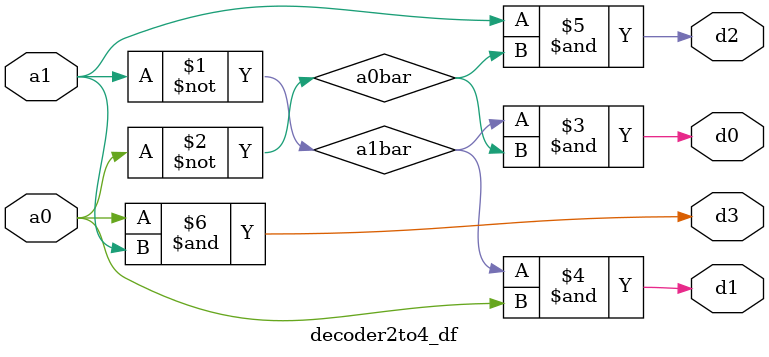
<source format=v>
module decoder2to4_df(a0,a1,d0,d1,d2,d3);
input a0, a1;
output d0,d1,d2,d3;
assign a1bar=~a1;
assign a0bar=~a0;
assign d0=a1bar & a0bar;
assign d1=a1bar & a0;
assign d2=a1 & a0bar;
assign d3=a0 & a1;
endmodule

</source>
